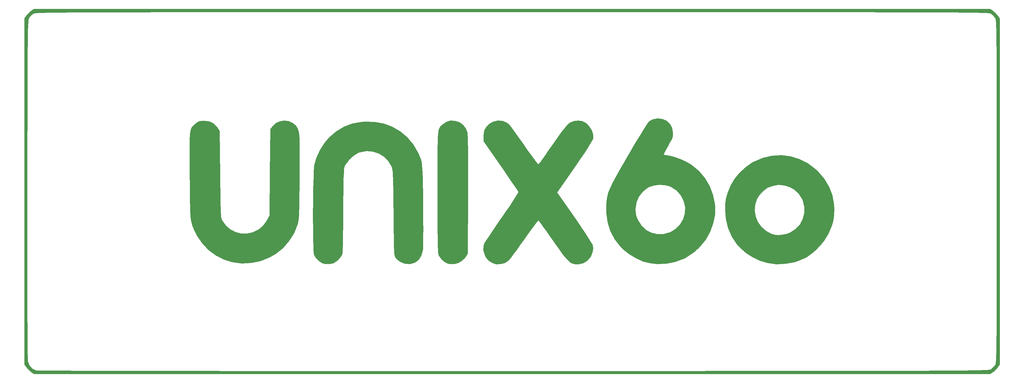
<source format=gts>
G04 #@! TF.GenerationSoftware,KiCad,Pcbnew,5.1.7*
G04 #@! TF.CreationDate,2020-11-06T08:58:08-05:00*
G04 #@! TF.ProjectId,unix60case,756e6978-3630-4636-9173-652e6b696361,rev?*
G04 #@! TF.SameCoordinates,Original*
G04 #@! TF.FileFunction,Soldermask,Top*
G04 #@! TF.FilePolarity,Negative*
%FSLAX46Y46*%
G04 Gerber Fmt 4.6, Leading zero omitted, Abs format (unit mm)*
G04 Created by KiCad (PCBNEW 5.1.7) date 2020-11-06 08:58:08*
%MOMM*%
%LPD*%
G01*
G04 APERTURE LIST*
%ADD10C,0.010000*%
G04 APERTURE END LIST*
D10*
G04 #@! TO.C,G\u002A\u002A\u002A*
G36*
X290797805Y-33939109D02*
G01*
X291568372Y-34589833D01*
X292245492Y-35366172D01*
X292292141Y-35433445D01*
X292893749Y-36326172D01*
X292893750Y-90487501D01*
X292893750Y-144648829D01*
X292292141Y-145541556D01*
X291641417Y-146312123D01*
X290865078Y-146989243D01*
X290797805Y-147035892D01*
X289905078Y-147637501D01*
X140493750Y-147637501D01*
X-8917579Y-147637500D01*
X-9810306Y-147035892D01*
X-10580873Y-146385168D01*
X-11257993Y-145608829D01*
X-11304642Y-145541556D01*
X-11906250Y-144648829D01*
X-11906250Y-110047985D01*
X-11062722Y-110047985D01*
X-11060547Y-115728023D01*
X-11054991Y-120891439D01*
X-11046059Y-125536992D01*
X-11033756Y-129663440D01*
X-11018085Y-133269543D01*
X-10999052Y-136354061D01*
X-10976662Y-138915751D01*
X-10950918Y-140953374D01*
X-10921825Y-142465688D01*
X-10889389Y-143451454D01*
X-10853613Y-143909428D01*
X-10849819Y-143926269D01*
X-10306000Y-145074860D01*
X-9421953Y-146005743D01*
X-8362034Y-146558194D01*
X-8043875Y-146574052D01*
X-7207919Y-146589367D01*
X-5865534Y-146604122D01*
X-4028088Y-146618304D01*
X-1706949Y-146631896D01*
X1086512Y-146644885D01*
X4340929Y-146657255D01*
X8044932Y-146668991D01*
X12187152Y-146680078D01*
X16756222Y-146690502D01*
X21740772Y-146700248D01*
X27129435Y-146709299D01*
X32910840Y-146717643D01*
X39073621Y-146725263D01*
X45606408Y-146732145D01*
X52497832Y-146738274D01*
X59736526Y-146743634D01*
X67311120Y-146748212D01*
X75210246Y-146751991D01*
X83422536Y-146754958D01*
X91936620Y-146757097D01*
X100741130Y-146758393D01*
X109824698Y-146758831D01*
X119175955Y-146758397D01*
X128783533Y-146757075D01*
X138636062Y-146754851D01*
X140890625Y-146754223D01*
X151486506Y-146751141D01*
X161566181Y-146748120D01*
X171142613Y-146745114D01*
X180228762Y-146742074D01*
X188837590Y-146738955D01*
X196982057Y-146735709D01*
X204675126Y-146732289D01*
X211929758Y-146728648D01*
X218758913Y-146724739D01*
X225175554Y-146720515D01*
X231192641Y-146715929D01*
X236823136Y-146710934D01*
X242080000Y-146705483D01*
X246976194Y-146699529D01*
X251524680Y-146693024D01*
X255738420Y-146685922D01*
X259630374Y-146678176D01*
X263213503Y-146669739D01*
X266500770Y-146660563D01*
X269505135Y-146650602D01*
X272239560Y-146639808D01*
X274717006Y-146628135D01*
X276950434Y-146615535D01*
X278952806Y-146601962D01*
X280737083Y-146587369D01*
X282316226Y-146571707D01*
X283703197Y-146554931D01*
X284910956Y-146536994D01*
X285952466Y-146517847D01*
X286840688Y-146497445D01*
X287588582Y-146475741D01*
X288209111Y-146452686D01*
X288715235Y-146428234D01*
X289119916Y-146402339D01*
X289436115Y-146374952D01*
X289676794Y-146346028D01*
X289854913Y-146315519D01*
X289983435Y-146283377D01*
X290075320Y-146249557D01*
X290143529Y-146214010D01*
X290145908Y-146212576D01*
X290876272Y-145616337D01*
X291468825Y-144889659D01*
X291527157Y-144781595D01*
X291580759Y-144643610D01*
X291629831Y-144453922D01*
X291674573Y-144190744D01*
X291715185Y-143832293D01*
X291751865Y-143356784D01*
X291784815Y-142742431D01*
X291814234Y-141967451D01*
X291840321Y-141010058D01*
X291863277Y-139848467D01*
X291883300Y-138460895D01*
X291900592Y-136825556D01*
X291915352Y-134920666D01*
X291927778Y-132724439D01*
X291938072Y-130215091D01*
X291946434Y-127370838D01*
X291953061Y-124169895D01*
X291958156Y-120590476D01*
X291961917Y-116610798D01*
X291964543Y-112209075D01*
X291966236Y-107363523D01*
X291967195Y-102052357D01*
X291967618Y-96253792D01*
X291967708Y-90487500D01*
X291967599Y-84222685D01*
X291967138Y-78465252D01*
X291966127Y-73193416D01*
X291964364Y-68385392D01*
X291961651Y-64019396D01*
X291957788Y-60073644D01*
X291952574Y-56526349D01*
X291945811Y-53355728D01*
X291937297Y-50539996D01*
X291926834Y-48057368D01*
X291914222Y-45886060D01*
X291899261Y-44004286D01*
X291881751Y-42390262D01*
X291861492Y-41022204D01*
X291838285Y-39878326D01*
X291811930Y-38936843D01*
X291782227Y-38175972D01*
X291748976Y-37573927D01*
X291711978Y-37108924D01*
X291671033Y-36759178D01*
X291625940Y-36502904D01*
X291576501Y-36318317D01*
X291522515Y-36183633D01*
X291468825Y-36085342D01*
X290872586Y-35354978D01*
X290145908Y-34762425D01*
X290078526Y-34726859D01*
X289988152Y-34693023D01*
X289861840Y-34660876D01*
X289686648Y-34630372D01*
X289449630Y-34601471D01*
X289137843Y-34574127D01*
X288738344Y-34548299D01*
X288238187Y-34523943D01*
X287624428Y-34501016D01*
X286884124Y-34479474D01*
X286004331Y-34459275D01*
X284972104Y-34440375D01*
X283774499Y-34422731D01*
X282398573Y-34406301D01*
X280831380Y-34391040D01*
X279059978Y-34376907D01*
X277071422Y-34363857D01*
X274852768Y-34351847D01*
X272391071Y-34340835D01*
X269673388Y-34330777D01*
X266686775Y-34321630D01*
X263418287Y-34313351D01*
X259854981Y-34305896D01*
X255983913Y-34299223D01*
X251792137Y-34293289D01*
X247266711Y-34288050D01*
X242394690Y-34283463D01*
X237163130Y-34279485D01*
X231559087Y-34276073D01*
X225569617Y-34273183D01*
X219181776Y-34270773D01*
X212382619Y-34268800D01*
X205159203Y-34267219D01*
X197498584Y-34265989D01*
X189387817Y-34265066D01*
X180813959Y-34264406D01*
X171764065Y-34263967D01*
X162225191Y-34263706D01*
X152184393Y-34263578D01*
X141628728Y-34263542D01*
X140493750Y-34263542D01*
X129883453Y-34263571D01*
X119789378Y-34263687D01*
X110198583Y-34263932D01*
X101098121Y-34264350D01*
X92475050Y-34264985D01*
X84316426Y-34265879D01*
X76609303Y-34267075D01*
X69340739Y-34268617D01*
X62497788Y-34270547D01*
X56067508Y-34272909D01*
X50036953Y-34275747D01*
X44393180Y-34279102D01*
X39123244Y-34283019D01*
X34214203Y-34287540D01*
X29653110Y-34292709D01*
X25427024Y-34298568D01*
X21522998Y-34305162D01*
X17928090Y-34312533D01*
X14629355Y-34320723D01*
X11613849Y-34329778D01*
X8868628Y-34339738D01*
X6380748Y-34350649D01*
X4137264Y-34362552D01*
X2125234Y-34375491D01*
X331712Y-34389509D01*
X-1256245Y-34404650D01*
X-2651582Y-34420956D01*
X-3867242Y-34438470D01*
X-4916170Y-34457237D01*
X-5811310Y-34477298D01*
X-6565605Y-34498697D01*
X-7192001Y-34521477D01*
X-7703440Y-34545682D01*
X-8112868Y-34571354D01*
X-8433228Y-34598537D01*
X-8677464Y-34627273D01*
X-8858520Y-34657607D01*
X-8989341Y-34689580D01*
X-9082870Y-34723237D01*
X-9152052Y-34758620D01*
X-9158409Y-34762425D01*
X-9888773Y-35358664D01*
X-10481326Y-36085342D01*
X-10539975Y-36194321D01*
X-10593895Y-36334047D01*
X-10643317Y-36526422D01*
X-10688471Y-36793346D01*
X-10729588Y-37156724D01*
X-10766900Y-37638458D01*
X-10800637Y-38260449D01*
X-10831030Y-39044600D01*
X-10858310Y-40012814D01*
X-10882708Y-41186992D01*
X-10904455Y-42589038D01*
X-10923782Y-44240853D01*
X-10940919Y-46164340D01*
X-10956098Y-48381402D01*
X-10969550Y-50913940D01*
X-10981505Y-53783857D01*
X-10992195Y-57013055D01*
X-11001850Y-60623437D01*
X-11010701Y-64636904D01*
X-11018979Y-69075361D01*
X-11026916Y-73960708D01*
X-11034741Y-79314847D01*
X-11042687Y-85159683D01*
X-11048918Y-89920542D01*
X-11056912Y-97143003D01*
X-11061512Y-103852564D01*
X-11062722Y-110047985D01*
X-11906250Y-110047985D01*
X-11906250Y-36326172D01*
X-11304642Y-35433445D01*
X-10653918Y-34662878D01*
X-9877579Y-33985758D01*
X-9810306Y-33939109D01*
X-8917579Y-33337501D01*
X289905078Y-33337501D01*
X290797805Y-33939109D01*
G37*
X290797805Y-33939109D02*
X291568372Y-34589833D01*
X292245492Y-35366172D01*
X292292141Y-35433445D01*
X292893749Y-36326172D01*
X292893750Y-90487501D01*
X292893750Y-144648829D01*
X292292141Y-145541556D01*
X291641417Y-146312123D01*
X290865078Y-146989243D01*
X290797805Y-147035892D01*
X289905078Y-147637501D01*
X140493750Y-147637501D01*
X-8917579Y-147637500D01*
X-9810306Y-147035892D01*
X-10580873Y-146385168D01*
X-11257993Y-145608829D01*
X-11304642Y-145541556D01*
X-11906250Y-144648829D01*
X-11906250Y-110047985D01*
X-11062722Y-110047985D01*
X-11060547Y-115728023D01*
X-11054991Y-120891439D01*
X-11046059Y-125536992D01*
X-11033756Y-129663440D01*
X-11018085Y-133269543D01*
X-10999052Y-136354061D01*
X-10976662Y-138915751D01*
X-10950918Y-140953374D01*
X-10921825Y-142465688D01*
X-10889389Y-143451454D01*
X-10853613Y-143909428D01*
X-10849819Y-143926269D01*
X-10306000Y-145074860D01*
X-9421953Y-146005743D01*
X-8362034Y-146558194D01*
X-8043875Y-146574052D01*
X-7207919Y-146589367D01*
X-5865534Y-146604122D01*
X-4028088Y-146618304D01*
X-1706949Y-146631896D01*
X1086512Y-146644885D01*
X4340929Y-146657255D01*
X8044932Y-146668991D01*
X12187152Y-146680078D01*
X16756222Y-146690502D01*
X21740772Y-146700248D01*
X27129435Y-146709299D01*
X32910840Y-146717643D01*
X39073621Y-146725263D01*
X45606408Y-146732145D01*
X52497832Y-146738274D01*
X59736526Y-146743634D01*
X67311120Y-146748212D01*
X75210246Y-146751991D01*
X83422536Y-146754958D01*
X91936620Y-146757097D01*
X100741130Y-146758393D01*
X109824698Y-146758831D01*
X119175955Y-146758397D01*
X128783533Y-146757075D01*
X138636062Y-146754851D01*
X140890625Y-146754223D01*
X151486506Y-146751141D01*
X161566181Y-146748120D01*
X171142613Y-146745114D01*
X180228762Y-146742074D01*
X188837590Y-146738955D01*
X196982057Y-146735709D01*
X204675126Y-146732289D01*
X211929758Y-146728648D01*
X218758913Y-146724739D01*
X225175554Y-146720515D01*
X231192641Y-146715929D01*
X236823136Y-146710934D01*
X242080000Y-146705483D01*
X246976194Y-146699529D01*
X251524680Y-146693024D01*
X255738420Y-146685922D01*
X259630374Y-146678176D01*
X263213503Y-146669739D01*
X266500770Y-146660563D01*
X269505135Y-146650602D01*
X272239560Y-146639808D01*
X274717006Y-146628135D01*
X276950434Y-146615535D01*
X278952806Y-146601962D01*
X280737083Y-146587369D01*
X282316226Y-146571707D01*
X283703197Y-146554931D01*
X284910956Y-146536994D01*
X285952466Y-146517847D01*
X286840688Y-146497445D01*
X287588582Y-146475741D01*
X288209111Y-146452686D01*
X288715235Y-146428234D01*
X289119916Y-146402339D01*
X289436115Y-146374952D01*
X289676794Y-146346028D01*
X289854913Y-146315519D01*
X289983435Y-146283377D01*
X290075320Y-146249557D01*
X290143529Y-146214010D01*
X290145908Y-146212576D01*
X290876272Y-145616337D01*
X291468825Y-144889659D01*
X291527157Y-144781595D01*
X291580759Y-144643610D01*
X291629831Y-144453922D01*
X291674573Y-144190744D01*
X291715185Y-143832293D01*
X291751865Y-143356784D01*
X291784815Y-142742431D01*
X291814234Y-141967451D01*
X291840321Y-141010058D01*
X291863277Y-139848467D01*
X291883300Y-138460895D01*
X291900592Y-136825556D01*
X291915352Y-134920666D01*
X291927778Y-132724439D01*
X291938072Y-130215091D01*
X291946434Y-127370838D01*
X291953061Y-124169895D01*
X291958156Y-120590476D01*
X291961917Y-116610798D01*
X291964543Y-112209075D01*
X291966236Y-107363523D01*
X291967195Y-102052357D01*
X291967618Y-96253792D01*
X291967708Y-90487500D01*
X291967599Y-84222685D01*
X291967138Y-78465252D01*
X291966127Y-73193416D01*
X291964364Y-68385392D01*
X291961651Y-64019396D01*
X291957788Y-60073644D01*
X291952574Y-56526349D01*
X291945811Y-53355728D01*
X291937297Y-50539996D01*
X291926834Y-48057368D01*
X291914222Y-45886060D01*
X291899261Y-44004286D01*
X291881751Y-42390262D01*
X291861492Y-41022204D01*
X291838285Y-39878326D01*
X291811930Y-38936843D01*
X291782227Y-38175972D01*
X291748976Y-37573927D01*
X291711978Y-37108924D01*
X291671033Y-36759178D01*
X291625940Y-36502904D01*
X291576501Y-36318317D01*
X291522515Y-36183633D01*
X291468825Y-36085342D01*
X290872586Y-35354978D01*
X290145908Y-34762425D01*
X290078526Y-34726859D01*
X289988152Y-34693023D01*
X289861840Y-34660876D01*
X289686648Y-34630372D01*
X289449630Y-34601471D01*
X289137843Y-34574127D01*
X288738344Y-34548299D01*
X288238187Y-34523943D01*
X287624428Y-34501016D01*
X286884124Y-34479474D01*
X286004331Y-34459275D01*
X284972104Y-34440375D01*
X283774499Y-34422731D01*
X282398573Y-34406301D01*
X280831380Y-34391040D01*
X279059978Y-34376907D01*
X277071422Y-34363857D01*
X274852768Y-34351847D01*
X272391071Y-34340835D01*
X269673388Y-34330777D01*
X266686775Y-34321630D01*
X263418287Y-34313351D01*
X259854981Y-34305896D01*
X255983913Y-34299223D01*
X251792137Y-34293289D01*
X247266711Y-34288050D01*
X242394690Y-34283463D01*
X237163130Y-34279485D01*
X231559087Y-34276073D01*
X225569617Y-34273183D01*
X219181776Y-34270773D01*
X212382619Y-34268800D01*
X205159203Y-34267219D01*
X197498584Y-34265989D01*
X189387817Y-34265066D01*
X180813959Y-34264406D01*
X171764065Y-34263967D01*
X162225191Y-34263706D01*
X152184393Y-34263578D01*
X141628728Y-34263542D01*
X140493750Y-34263542D01*
X129883453Y-34263571D01*
X119789378Y-34263687D01*
X110198583Y-34263932D01*
X101098121Y-34264350D01*
X92475050Y-34264985D01*
X84316426Y-34265879D01*
X76609303Y-34267075D01*
X69340739Y-34268617D01*
X62497788Y-34270547D01*
X56067508Y-34272909D01*
X50036953Y-34275747D01*
X44393180Y-34279102D01*
X39123244Y-34283019D01*
X34214203Y-34287540D01*
X29653110Y-34292709D01*
X25427024Y-34298568D01*
X21522998Y-34305162D01*
X17928090Y-34312533D01*
X14629355Y-34320723D01*
X11613849Y-34329778D01*
X8868628Y-34339738D01*
X6380748Y-34350649D01*
X4137264Y-34362552D01*
X2125234Y-34375491D01*
X331712Y-34389509D01*
X-1256245Y-34404650D01*
X-2651582Y-34420956D01*
X-3867242Y-34438470D01*
X-4916170Y-34457237D01*
X-5811310Y-34477298D01*
X-6565605Y-34498697D01*
X-7192001Y-34521477D01*
X-7703440Y-34545682D01*
X-8112868Y-34571354D01*
X-8433228Y-34598537D01*
X-8677464Y-34627273D01*
X-8858520Y-34657607D01*
X-8989341Y-34689580D01*
X-9082870Y-34723237D01*
X-9152052Y-34758620D01*
X-9158409Y-34762425D01*
X-9888773Y-35358664D01*
X-10481326Y-36085342D01*
X-10539975Y-36194321D01*
X-10593895Y-36334047D01*
X-10643317Y-36526422D01*
X-10688471Y-36793346D01*
X-10729588Y-37156724D01*
X-10766900Y-37638458D01*
X-10800637Y-38260449D01*
X-10831030Y-39044600D01*
X-10858310Y-40012814D01*
X-10882708Y-41186992D01*
X-10904455Y-42589038D01*
X-10923782Y-44240853D01*
X-10940919Y-46164340D01*
X-10956098Y-48381402D01*
X-10969550Y-50913940D01*
X-10981505Y-53783857D01*
X-10992195Y-57013055D01*
X-11001850Y-60623437D01*
X-11010701Y-64636904D01*
X-11018979Y-69075361D01*
X-11026916Y-73960708D01*
X-11034741Y-79314847D01*
X-11042687Y-85159683D01*
X-11048918Y-89920542D01*
X-11056912Y-97143003D01*
X-11061512Y-103852564D01*
X-11062722Y-110047985D01*
X-11906250Y-110047985D01*
X-11906250Y-36326172D01*
X-11304642Y-35433445D01*
X-10653918Y-34662878D01*
X-9877579Y-33985758D01*
X-9810306Y-33939109D01*
X-8917579Y-33337501D01*
X289905078Y-33337501D01*
X290797805Y-33939109D01*
G36*
X97486701Y-68676240D02*
G01*
X100364120Y-69234000D01*
X103061643Y-70247465D01*
X105529181Y-71688141D01*
X107716647Y-73527534D01*
X109573953Y-75737152D01*
X110878928Y-77931788D01*
X111243187Y-78672305D01*
X111549611Y-79338653D01*
X111803643Y-79983439D01*
X112010731Y-80659275D01*
X112176318Y-81418768D01*
X112305852Y-82314528D01*
X112404777Y-83399165D01*
X112478539Y-84725288D01*
X112532584Y-86345505D01*
X112572357Y-88312427D01*
X112603304Y-90678662D01*
X112630871Y-93496820D01*
X112644146Y-94985416D01*
X112663177Y-97566528D01*
X112674010Y-100027327D01*
X112676899Y-102308651D01*
X112672098Y-104351338D01*
X112659861Y-106096228D01*
X112640442Y-107484157D01*
X112614094Y-108455964D01*
X112584306Y-108928835D01*
X112166198Y-110524820D01*
X111373861Y-111782813D01*
X110246606Y-112662742D01*
X108823741Y-113124533D01*
X108423993Y-113170136D01*
X106941924Y-113053793D01*
X105555253Y-112526987D01*
X104423115Y-111658842D01*
X104129031Y-111304496D01*
X104006658Y-111121410D01*
X103903482Y-110905676D01*
X103817334Y-110611938D01*
X103746045Y-110194840D01*
X103687445Y-109609025D01*
X103639366Y-108809137D01*
X103599639Y-107749821D01*
X103566094Y-106385720D01*
X103536563Y-104671478D01*
X103508875Y-102561738D01*
X103480863Y-100011146D01*
X103452083Y-97149287D01*
X103421997Y-94142214D01*
X103394559Y-91617083D01*
X103367394Y-89526693D01*
X103338128Y-87823842D01*
X103304384Y-86461331D01*
X103263790Y-85391958D01*
X103213969Y-84568522D01*
X103152548Y-83943823D01*
X103077151Y-83470659D01*
X102985404Y-83101829D01*
X102874932Y-82790132D01*
X102743361Y-82488368D01*
X102710926Y-82417708D01*
X101735289Y-80791887D01*
X100433633Y-79515283D01*
X98821874Y-78549295D01*
X96916131Y-77921430D01*
X94911733Y-77794715D01*
X92892278Y-78173511D01*
X92717445Y-78230914D01*
X91639462Y-78777546D01*
X90492169Y-79647869D01*
X89419147Y-80703095D01*
X88563974Y-81804435D01*
X88112364Y-82682291D01*
X88021872Y-83036802D01*
X87944663Y-83576035D01*
X87879348Y-84342246D01*
X87824541Y-85377692D01*
X87778853Y-86724629D01*
X87740897Y-88425314D01*
X87709286Y-90522002D01*
X87682632Y-93056950D01*
X87659548Y-96072414D01*
X87656281Y-96572916D01*
X87637160Y-99146957D01*
X87614064Y-101572762D01*
X87587865Y-103796299D01*
X87559436Y-105763540D01*
X87529649Y-107420453D01*
X87499378Y-108713008D01*
X87469494Y-109587175D01*
X87440871Y-109988924D01*
X87439482Y-109995668D01*
X87094275Y-110722156D01*
X86444898Y-111548025D01*
X85645445Y-112308055D01*
X84850007Y-112837029D01*
X84745444Y-112884202D01*
X83450775Y-113192069D01*
X82067019Y-113147696D01*
X81094791Y-112866657D01*
X80092895Y-112211650D01*
X79193109Y-111268477D01*
X78599222Y-110250890D01*
X78598082Y-110247879D01*
X78518110Y-109765363D01*
X78450771Y-108817416D01*
X78395805Y-107467616D01*
X78352954Y-105779541D01*
X78321960Y-103816771D01*
X78302564Y-101642882D01*
X78294508Y-99321454D01*
X78297533Y-96916065D01*
X78311381Y-94490293D01*
X78335793Y-92107716D01*
X78370511Y-89831914D01*
X78415276Y-87726464D01*
X78469830Y-85854945D01*
X78533913Y-84280935D01*
X78607269Y-83068012D01*
X78689638Y-82279755D01*
X78712308Y-82153124D01*
X79400600Y-79851330D01*
X80468928Y-77530483D01*
X81819291Y-75373109D01*
X83292372Y-73622879D01*
X85540913Y-71674730D01*
X87937369Y-70220311D01*
X90537406Y-69234641D01*
X93396695Y-68692738D01*
X94479472Y-68602677D01*
X97486701Y-68676240D01*
G37*
X97486701Y-68676240D02*
X100364120Y-69234000D01*
X103061643Y-70247465D01*
X105529181Y-71688141D01*
X107716647Y-73527534D01*
X109573953Y-75737152D01*
X110878928Y-77931788D01*
X111243187Y-78672305D01*
X111549611Y-79338653D01*
X111803643Y-79983439D01*
X112010731Y-80659275D01*
X112176318Y-81418768D01*
X112305852Y-82314528D01*
X112404777Y-83399165D01*
X112478539Y-84725288D01*
X112532584Y-86345505D01*
X112572357Y-88312427D01*
X112603304Y-90678662D01*
X112630871Y-93496820D01*
X112644146Y-94985416D01*
X112663177Y-97566528D01*
X112674010Y-100027327D01*
X112676899Y-102308651D01*
X112672098Y-104351338D01*
X112659861Y-106096228D01*
X112640442Y-107484157D01*
X112614094Y-108455964D01*
X112584306Y-108928835D01*
X112166198Y-110524820D01*
X111373861Y-111782813D01*
X110246606Y-112662742D01*
X108823741Y-113124533D01*
X108423993Y-113170136D01*
X106941924Y-113053793D01*
X105555253Y-112526987D01*
X104423115Y-111658842D01*
X104129031Y-111304496D01*
X104006658Y-111121410D01*
X103903482Y-110905676D01*
X103817334Y-110611938D01*
X103746045Y-110194840D01*
X103687445Y-109609025D01*
X103639366Y-108809137D01*
X103599639Y-107749821D01*
X103566094Y-106385720D01*
X103536563Y-104671478D01*
X103508875Y-102561738D01*
X103480863Y-100011146D01*
X103452083Y-97149287D01*
X103421997Y-94142214D01*
X103394559Y-91617083D01*
X103367394Y-89526693D01*
X103338128Y-87823842D01*
X103304384Y-86461331D01*
X103263790Y-85391958D01*
X103213969Y-84568522D01*
X103152548Y-83943823D01*
X103077151Y-83470659D01*
X102985404Y-83101829D01*
X102874932Y-82790132D01*
X102743361Y-82488368D01*
X102710926Y-82417708D01*
X101735289Y-80791887D01*
X100433633Y-79515283D01*
X98821874Y-78549295D01*
X96916131Y-77921430D01*
X94911733Y-77794715D01*
X92892278Y-78173511D01*
X92717445Y-78230914D01*
X91639462Y-78777546D01*
X90492169Y-79647869D01*
X89419147Y-80703095D01*
X88563974Y-81804435D01*
X88112364Y-82682291D01*
X88021872Y-83036802D01*
X87944663Y-83576035D01*
X87879348Y-84342246D01*
X87824541Y-85377692D01*
X87778853Y-86724629D01*
X87740897Y-88425314D01*
X87709286Y-90522002D01*
X87682632Y-93056950D01*
X87659548Y-96072414D01*
X87656281Y-96572916D01*
X87637160Y-99146957D01*
X87614064Y-101572762D01*
X87587865Y-103796299D01*
X87559436Y-105763540D01*
X87529649Y-107420453D01*
X87499378Y-108713008D01*
X87469494Y-109587175D01*
X87440871Y-109988924D01*
X87439482Y-109995668D01*
X87094275Y-110722156D01*
X86444898Y-111548025D01*
X85645445Y-112308055D01*
X84850007Y-112837029D01*
X84745444Y-112884202D01*
X83450775Y-113192069D01*
X82067019Y-113147696D01*
X81094791Y-112866657D01*
X80092895Y-112211650D01*
X79193109Y-111268477D01*
X78599222Y-110250890D01*
X78598082Y-110247879D01*
X78518110Y-109765363D01*
X78450771Y-108817416D01*
X78395805Y-107467616D01*
X78352954Y-105779541D01*
X78321960Y-103816771D01*
X78302564Y-101642882D01*
X78294508Y-99321454D01*
X78297533Y-96916065D01*
X78311381Y-94490293D01*
X78335793Y-92107716D01*
X78370511Y-89831914D01*
X78415276Y-87726464D01*
X78469830Y-85854945D01*
X78533913Y-84280935D01*
X78607269Y-83068012D01*
X78689638Y-82279755D01*
X78712308Y-82153124D01*
X79400600Y-79851330D01*
X80468928Y-77530483D01*
X81819291Y-75373109D01*
X83292372Y-73622879D01*
X85540913Y-71674730D01*
X87937369Y-70220311D01*
X90537406Y-69234641D01*
X93396695Y-68692738D01*
X94479472Y-68602677D01*
X97486701Y-68676240D01*
G36*
X122661380Y-68334809D02*
G01*
X123958416Y-68768912D01*
X125091272Y-69569872D01*
X125967653Y-70707440D01*
X126480993Y-72083397D01*
X126545529Y-72622930D01*
X126599076Y-73602680D01*
X126641757Y-75034435D01*
X126673697Y-76929986D01*
X126695020Y-79301122D01*
X126705849Y-82159630D01*
X126706309Y-85517301D01*
X126696524Y-89385924D01*
X126687085Y-91678125D01*
X126603125Y-109934375D01*
X125984786Y-110928903D01*
X125014206Y-112032660D01*
X123751871Y-112803778D01*
X122331499Y-113196279D01*
X120886808Y-113164186D01*
X120120833Y-112945140D01*
X119248196Y-112419233D01*
X118363070Y-111605674D01*
X117670919Y-110699007D01*
X117583670Y-110542826D01*
X117510726Y-110331132D01*
X117447576Y-109971690D01*
X117393565Y-109429704D01*
X117348037Y-108670376D01*
X117310334Y-107658908D01*
X117279801Y-106360502D01*
X117255782Y-104740361D01*
X117237620Y-102763688D01*
X117224659Y-100395684D01*
X117216242Y-97601553D01*
X117211714Y-94346496D01*
X117210416Y-90752083D01*
X117209990Y-87048209D01*
X117210478Y-83835940D01*
X117214532Y-81077718D01*
X117224803Y-78735983D01*
X117243944Y-76773177D01*
X117274605Y-75151741D01*
X117319438Y-73834116D01*
X117381094Y-72782744D01*
X117462224Y-71960065D01*
X117565481Y-71328521D01*
X117693515Y-70850554D01*
X117848979Y-70488604D01*
X118034523Y-70205112D01*
X118252799Y-69962521D01*
X118506458Y-69723270D01*
X118708149Y-69536103D01*
X119943951Y-68688157D01*
X121292459Y-68297808D01*
X122661380Y-68334809D01*
G37*
X122661380Y-68334809D02*
X123958416Y-68768912D01*
X125091272Y-69569872D01*
X125967653Y-70707440D01*
X126480993Y-72083397D01*
X126545529Y-72622930D01*
X126599076Y-73602680D01*
X126641757Y-75034435D01*
X126673697Y-76929986D01*
X126695020Y-79301122D01*
X126705849Y-82159630D01*
X126706309Y-85517301D01*
X126696524Y-89385924D01*
X126687085Y-91678125D01*
X126603125Y-109934375D01*
X125984786Y-110928903D01*
X125014206Y-112032660D01*
X123751871Y-112803778D01*
X122331499Y-113196279D01*
X120886808Y-113164186D01*
X120120833Y-112945140D01*
X119248196Y-112419233D01*
X118363070Y-111605674D01*
X117670919Y-110699007D01*
X117583670Y-110542826D01*
X117510726Y-110331132D01*
X117447576Y-109971690D01*
X117393565Y-109429704D01*
X117348037Y-108670376D01*
X117310334Y-107658908D01*
X117279801Y-106360502D01*
X117255782Y-104740361D01*
X117237620Y-102763688D01*
X117224659Y-100395684D01*
X117216242Y-97601553D01*
X117211714Y-94346496D01*
X117210416Y-90752083D01*
X117209990Y-87048209D01*
X117210478Y-83835940D01*
X117214532Y-81077718D01*
X117224803Y-78735983D01*
X117243944Y-76773177D01*
X117274605Y-75151741D01*
X117319438Y-73834116D01*
X117381094Y-72782744D01*
X117462224Y-71960065D01*
X117565481Y-71328521D01*
X117693515Y-70850554D01*
X117848979Y-70488604D01*
X118034523Y-70205112D01*
X118252799Y-69962521D01*
X118506458Y-69723270D01*
X118708149Y-69536103D01*
X119943951Y-68688157D01*
X121292459Y-68297808D01*
X122661380Y-68334809D01*
G36*
X137401934Y-68377067D02*
G01*
X138704743Y-68886717D01*
X139395044Y-69404603D01*
X139707732Y-69769020D01*
X140276333Y-70505446D01*
X141054831Y-71551314D01*
X141997209Y-72844058D01*
X143057451Y-74321110D01*
X144189540Y-75919904D01*
X144246955Y-76001562D01*
X145355119Y-77567979D01*
X146369636Y-78982590D01*
X147249767Y-80190144D01*
X147954774Y-81135387D01*
X148443919Y-81763064D01*
X148676463Y-82017923D01*
X148684970Y-82020833D01*
X148882926Y-81811622D01*
X149340032Y-81220511D01*
X150016563Y-80302282D01*
X150872793Y-79111717D01*
X151868997Y-77703596D01*
X152965449Y-76132703D01*
X153193162Y-75803974D01*
X154726361Y-73613917D01*
X155993472Y-71861666D01*
X157004820Y-70533794D01*
X157770730Y-69616874D01*
X158301528Y-69097478D01*
X158408278Y-69022163D01*
X159691684Y-68491298D01*
X161134610Y-68305998D01*
X162492761Y-68496505D01*
X162537630Y-68510968D01*
X163665877Y-69131831D01*
X164640187Y-70123606D01*
X165375202Y-71345174D01*
X165785559Y-72655416D01*
X165790585Y-73888830D01*
X165583146Y-74380591D01*
X165076617Y-75275499D01*
X164285674Y-76550591D01*
X163224991Y-78182904D01*
X161909241Y-80149474D01*
X160353099Y-82427339D01*
X160095791Y-82800327D01*
X154572629Y-90796949D01*
X159929856Y-98513578D01*
X161191225Y-100345342D01*
X162365597Y-102079190D01*
X163415643Y-103657836D01*
X164304030Y-105023992D01*
X164993429Y-106120373D01*
X165446510Y-106889692D01*
X165617113Y-107241114D01*
X165807277Y-108130842D01*
X165736977Y-109042597D01*
X165641218Y-109466958D01*
X165023503Y-110974100D01*
X164049084Y-112137269D01*
X162780385Y-112905784D01*
X161279832Y-113228963D01*
X160998958Y-113235958D01*
X160279279Y-113210216D01*
X159645373Y-113107471D01*
X159051819Y-112884165D01*
X158453198Y-112496735D01*
X157804090Y-111901620D01*
X157059076Y-111055260D01*
X156172737Y-109914095D01*
X155099652Y-108434563D01*
X153794402Y-106573103D01*
X153282836Y-105835610D01*
X152167997Y-104234851D01*
X151143840Y-102781398D01*
X150250553Y-101530931D01*
X149528327Y-100539127D01*
X149017352Y-99861665D01*
X148757816Y-99554223D01*
X148740140Y-99542199D01*
X148531852Y-99729167D01*
X148063205Y-100296823D01*
X147375120Y-101190832D01*
X146508517Y-102356854D01*
X145504315Y-103740553D01*
X144403437Y-105287590D01*
X144259384Y-105492141D01*
X143123231Y-107096541D01*
X142056661Y-108582347D01*
X141105659Y-109887080D01*
X140316212Y-110948266D01*
X139734304Y-111703427D01*
X139405922Y-112090088D01*
X139395979Y-112099562D01*
X138268335Y-112821570D01*
X136914597Y-113198896D01*
X135517487Y-113205655D01*
X134276631Y-112824841D01*
X133183453Y-112121947D01*
X132427114Y-111263596D01*
X131995526Y-110463541D01*
X131554045Y-108960113D01*
X131636435Y-107495563D01*
X131875994Y-106763552D01*
X132114663Y-106334946D01*
X132619633Y-105531344D01*
X133352498Y-104410379D01*
X134274848Y-103029687D01*
X135348274Y-101446900D01*
X136534369Y-99719652D01*
X137447394Y-98403385D01*
X138665857Y-96640304D01*
X139775659Y-95007600D01*
X140742827Y-93557355D01*
X141533384Y-92341655D01*
X142113356Y-91412583D01*
X142448769Y-90822225D01*
X142518406Y-90629355D01*
X142344140Y-90344606D01*
X141902898Y-89676527D01*
X141229546Y-88676425D01*
X140358947Y-87395608D01*
X139325966Y-85885383D01*
X138165467Y-84197057D01*
X137013152Y-82527707D01*
X131630208Y-74744791D01*
X131630208Y-73137969D01*
X131683930Y-72074270D01*
X131891988Y-71275061D01*
X132324718Y-70482373D01*
X132375311Y-70405219D01*
X133375091Y-69320837D01*
X134622516Y-68610462D01*
X136002994Y-68290427D01*
X137401934Y-68377067D01*
G37*
X137401934Y-68377067D02*
X138704743Y-68886717D01*
X139395044Y-69404603D01*
X139707732Y-69769020D01*
X140276333Y-70505446D01*
X141054831Y-71551314D01*
X141997209Y-72844058D01*
X143057451Y-74321110D01*
X144189540Y-75919904D01*
X144246955Y-76001562D01*
X145355119Y-77567979D01*
X146369636Y-78982590D01*
X147249767Y-80190144D01*
X147954774Y-81135387D01*
X148443919Y-81763064D01*
X148676463Y-82017923D01*
X148684970Y-82020833D01*
X148882926Y-81811622D01*
X149340032Y-81220511D01*
X150016563Y-80302282D01*
X150872793Y-79111717D01*
X151868997Y-77703596D01*
X152965449Y-76132703D01*
X153193162Y-75803974D01*
X154726361Y-73613917D01*
X155993472Y-71861666D01*
X157004820Y-70533794D01*
X157770730Y-69616874D01*
X158301528Y-69097478D01*
X158408278Y-69022163D01*
X159691684Y-68491298D01*
X161134610Y-68305998D01*
X162492761Y-68496505D01*
X162537630Y-68510968D01*
X163665877Y-69131831D01*
X164640187Y-70123606D01*
X165375202Y-71345174D01*
X165785559Y-72655416D01*
X165790585Y-73888830D01*
X165583146Y-74380591D01*
X165076617Y-75275499D01*
X164285674Y-76550591D01*
X163224991Y-78182904D01*
X161909241Y-80149474D01*
X160353099Y-82427339D01*
X160095791Y-82800327D01*
X154572629Y-90796949D01*
X159929856Y-98513578D01*
X161191225Y-100345342D01*
X162365597Y-102079190D01*
X163415643Y-103657836D01*
X164304030Y-105023992D01*
X164993429Y-106120373D01*
X165446510Y-106889692D01*
X165617113Y-107241114D01*
X165807277Y-108130842D01*
X165736977Y-109042597D01*
X165641218Y-109466958D01*
X165023503Y-110974100D01*
X164049084Y-112137269D01*
X162780385Y-112905784D01*
X161279832Y-113228963D01*
X160998958Y-113235958D01*
X160279279Y-113210216D01*
X159645373Y-113107471D01*
X159051819Y-112884165D01*
X158453198Y-112496735D01*
X157804090Y-111901620D01*
X157059076Y-111055260D01*
X156172737Y-109914095D01*
X155099652Y-108434563D01*
X153794402Y-106573103D01*
X153282836Y-105835610D01*
X152167997Y-104234851D01*
X151143840Y-102781398D01*
X150250553Y-101530931D01*
X149528327Y-100539127D01*
X149017352Y-99861665D01*
X148757816Y-99554223D01*
X148740140Y-99542199D01*
X148531852Y-99729167D01*
X148063205Y-100296823D01*
X147375120Y-101190832D01*
X146508517Y-102356854D01*
X145504315Y-103740553D01*
X144403437Y-105287590D01*
X144259384Y-105492141D01*
X143123231Y-107096541D01*
X142056661Y-108582347D01*
X141105659Y-109887080D01*
X140316212Y-110948266D01*
X139734304Y-111703427D01*
X139405922Y-112090088D01*
X139395979Y-112099562D01*
X138268335Y-112821570D01*
X136914597Y-113198896D01*
X135517487Y-113205655D01*
X134276631Y-112824841D01*
X133183453Y-112121947D01*
X132427114Y-111263596D01*
X131995526Y-110463541D01*
X131554045Y-108960113D01*
X131636435Y-107495563D01*
X131875994Y-106763552D01*
X132114663Y-106334946D01*
X132619633Y-105531344D01*
X133352498Y-104410379D01*
X134274848Y-103029687D01*
X135348274Y-101446900D01*
X136534369Y-99719652D01*
X137447394Y-98403385D01*
X138665857Y-96640304D01*
X139775659Y-95007600D01*
X140742827Y-93557355D01*
X141533384Y-92341655D01*
X142113356Y-91412583D01*
X142448769Y-90822225D01*
X142518406Y-90629355D01*
X142344140Y-90344606D01*
X141902898Y-89676527D01*
X141229546Y-88676425D01*
X140358947Y-87395608D01*
X139325966Y-85885383D01*
X138165467Y-84197057D01*
X137013152Y-82527707D01*
X131630208Y-74744791D01*
X131630208Y-73137969D01*
X131683930Y-72074270D01*
X131891988Y-71275061D01*
X132324718Y-70482373D01*
X132375311Y-70405219D01*
X133375091Y-69320837D01*
X134622516Y-68610462D01*
X136002994Y-68290427D01*
X137401934Y-68377067D01*
G36*
X187423180Y-67795142D02*
G01*
X188679679Y-68323947D01*
X188875674Y-68459722D01*
X189876972Y-69409796D01*
X190457017Y-70513163D01*
X190696567Y-71896965D01*
X190723466Y-72590620D01*
X190673057Y-73168853D01*
X190502715Y-73760873D01*
X190169816Y-74495886D01*
X189631736Y-75503100D01*
X189324645Y-76055683D01*
X188739727Y-77120811D01*
X188265113Y-78018327D01*
X187952997Y-78647273D01*
X187854166Y-78899954D01*
X188082770Y-79053761D01*
X188581770Y-79113556D01*
X189801274Y-79266472D01*
X191310769Y-79680946D01*
X192974785Y-80303896D01*
X194657849Y-81082243D01*
X196224489Y-81962903D01*
X196778445Y-82325222D01*
X198943313Y-84125152D01*
X200770990Y-86293107D01*
X202222642Y-88760075D01*
X203259435Y-91457045D01*
X203842535Y-94315004D01*
X203909105Y-94997038D01*
X203864047Y-97736302D01*
X203334625Y-100452694D01*
X202363224Y-103072824D01*
X200992229Y-105523298D01*
X199264027Y-107730727D01*
X197221002Y-109621718D01*
X194905540Y-111122879D01*
X194468750Y-111343292D01*
X191556803Y-112475767D01*
X188592191Y-113081777D01*
X185573442Y-113161537D01*
X183658297Y-112944201D01*
X181502707Y-112375589D01*
X179280302Y-111416040D01*
X177149741Y-110153345D01*
X175269684Y-108675292D01*
X174434279Y-107840360D01*
X172586249Y-105465830D01*
X171234940Y-102938506D01*
X170361006Y-100211373D01*
X169945099Y-97237413D01*
X169926094Y-96884759D01*
X169920281Y-96065766D01*
X179029475Y-96065766D01*
X179066817Y-97160378D01*
X179243602Y-98065862D01*
X179621938Y-99040300D01*
X179871145Y-99563259D01*
X180972122Y-101248620D01*
X182384423Y-102547572D01*
X184033669Y-103433952D01*
X185845479Y-103881596D01*
X187745473Y-103864340D01*
X189659271Y-103356021D01*
X190103125Y-103162408D01*
X191728029Y-102129205D01*
X193045906Y-100749938D01*
X194002716Y-99118830D01*
X194544422Y-97330104D01*
X194616985Y-95477981D01*
X194599914Y-95321693D01*
X194109805Y-93310422D01*
X193182373Y-91552043D01*
X191860700Y-90102732D01*
X190187870Y-89018668D01*
X189558323Y-88747674D01*
X188197162Y-88431922D01*
X186608908Y-88374717D01*
X184999745Y-88560478D01*
X183575861Y-88973622D01*
X183030906Y-89240966D01*
X181372834Y-90496217D01*
X180135416Y-92051380D01*
X179346361Y-93859191D01*
X179033380Y-95872389D01*
X179029475Y-96065766D01*
X169920281Y-96065766D01*
X169910226Y-94649480D01*
X170110126Y-92728106D01*
X170560134Y-90937452D01*
X171294592Y-89094328D01*
X171447769Y-88767708D01*
X171926667Y-87817667D01*
X172599572Y-86557901D01*
X173432226Y-85046710D01*
X174390368Y-83342396D01*
X175439740Y-81503259D01*
X176546081Y-79587601D01*
X177675132Y-77653723D01*
X178792634Y-75759926D01*
X179864325Y-73964510D01*
X180855948Y-72325778D01*
X181733242Y-70902029D01*
X182461948Y-69751566D01*
X183007806Y-68932689D01*
X183336556Y-68503699D01*
X183377301Y-68466720D01*
X184595784Y-67866753D01*
X186003146Y-67642819D01*
X187423180Y-67795142D01*
G37*
X187423180Y-67795142D02*
X188679679Y-68323947D01*
X188875674Y-68459722D01*
X189876972Y-69409796D01*
X190457017Y-70513163D01*
X190696567Y-71896965D01*
X190723466Y-72590620D01*
X190673057Y-73168853D01*
X190502715Y-73760873D01*
X190169816Y-74495886D01*
X189631736Y-75503100D01*
X189324645Y-76055683D01*
X188739727Y-77120811D01*
X188265113Y-78018327D01*
X187952997Y-78647273D01*
X187854166Y-78899954D01*
X188082770Y-79053761D01*
X188581770Y-79113556D01*
X189801274Y-79266472D01*
X191310769Y-79680946D01*
X192974785Y-80303896D01*
X194657849Y-81082243D01*
X196224489Y-81962903D01*
X196778445Y-82325222D01*
X198943313Y-84125152D01*
X200770990Y-86293107D01*
X202222642Y-88760075D01*
X203259435Y-91457045D01*
X203842535Y-94315004D01*
X203909105Y-94997038D01*
X203864047Y-97736302D01*
X203334625Y-100452694D01*
X202363224Y-103072824D01*
X200992229Y-105523298D01*
X199264027Y-107730727D01*
X197221002Y-109621718D01*
X194905540Y-111122879D01*
X194468750Y-111343292D01*
X191556803Y-112475767D01*
X188592191Y-113081777D01*
X185573442Y-113161537D01*
X183658297Y-112944201D01*
X181502707Y-112375589D01*
X179280302Y-111416040D01*
X177149741Y-110153345D01*
X175269684Y-108675292D01*
X174434279Y-107840360D01*
X172586249Y-105465830D01*
X171234940Y-102938506D01*
X170361006Y-100211373D01*
X169945099Y-97237413D01*
X169926094Y-96884759D01*
X169920281Y-96065766D01*
X179029475Y-96065766D01*
X179066817Y-97160378D01*
X179243602Y-98065862D01*
X179621938Y-99040300D01*
X179871145Y-99563259D01*
X180972122Y-101248620D01*
X182384423Y-102547572D01*
X184033669Y-103433952D01*
X185845479Y-103881596D01*
X187745473Y-103864340D01*
X189659271Y-103356021D01*
X190103125Y-103162408D01*
X191728029Y-102129205D01*
X193045906Y-100749938D01*
X194002716Y-99118830D01*
X194544422Y-97330104D01*
X194616985Y-95477981D01*
X194599914Y-95321693D01*
X194109805Y-93310422D01*
X193182373Y-91552043D01*
X191860700Y-90102732D01*
X190187870Y-89018668D01*
X189558323Y-88747674D01*
X188197162Y-88431922D01*
X186608908Y-88374717D01*
X184999745Y-88560478D01*
X183575861Y-88973622D01*
X183030906Y-89240966D01*
X181372834Y-90496217D01*
X180135416Y-92051380D01*
X179346361Y-93859191D01*
X179033380Y-95872389D01*
X179029475Y-96065766D01*
X169920281Y-96065766D01*
X169910226Y-94649480D01*
X170110126Y-92728106D01*
X170560134Y-90937452D01*
X171294592Y-89094328D01*
X171447769Y-88767708D01*
X171926667Y-87817667D01*
X172599572Y-86557901D01*
X173432226Y-85046710D01*
X174390368Y-83342396D01*
X175439740Y-81503259D01*
X176546081Y-79587601D01*
X177675132Y-77653723D01*
X178792634Y-75759926D01*
X179864325Y-73964510D01*
X180855948Y-72325778D01*
X181733242Y-70902029D01*
X182461948Y-69751566D01*
X183007806Y-68932689D01*
X183336556Y-68503699D01*
X183377301Y-68466720D01*
X184595784Y-67866753D01*
X186003146Y-67642819D01*
X187423180Y-67795142D01*
G36*
X227447000Y-79456107D02*
G01*
X230175119Y-80272974D01*
X232762366Y-81570665D01*
X235160775Y-83341969D01*
X236012433Y-84137499D01*
X238016996Y-86470955D01*
X239530344Y-88991838D01*
X240547743Y-91689146D01*
X241064462Y-94551876D01*
X241133595Y-96043749D01*
X241066393Y-98058000D01*
X240815766Y-99796504D01*
X240332898Y-101471451D01*
X239568970Y-103295030D01*
X239368296Y-103716666D01*
X238135480Y-105785988D01*
X236524506Y-107765311D01*
X234659275Y-109529362D01*
X232663686Y-110952867D01*
X231687795Y-111482319D01*
X228931773Y-112531201D01*
X226018458Y-113113676D01*
X223054945Y-113216914D01*
X220255537Y-112851809D01*
X217974148Y-112146142D01*
X215699933Y-111061825D01*
X213577151Y-109686992D01*
X211750060Y-108109779D01*
X210864862Y-107114518D01*
X209171184Y-104570433D01*
X207978152Y-101855210D01*
X207284203Y-98964379D01*
X207099437Y-96497714D01*
X216286528Y-96497714D01*
X216591702Y-98324099D01*
X217303652Y-100037215D01*
X218385895Y-101560533D01*
X219801948Y-102817520D01*
X221515330Y-103731645D01*
X222382291Y-104013042D01*
X223595295Y-104153360D01*
X225031203Y-104053724D01*
X226458002Y-103744487D01*
X227476516Y-103346603D01*
X229144617Y-102220474D01*
X230446659Y-100780409D01*
X231354667Y-99106661D01*
X231840664Y-97279485D01*
X231876675Y-95379135D01*
X231434723Y-93485864D01*
X231148758Y-92812153D01*
X230092811Y-91157520D01*
X228749625Y-89888362D01*
X227194490Y-89004684D01*
X225502700Y-88506492D01*
X223749546Y-88393789D01*
X222010321Y-88666581D01*
X220360316Y-89324873D01*
X218874824Y-90368668D01*
X217629136Y-91797972D01*
X217042434Y-92811268D01*
X216424611Y-94634593D01*
X216286528Y-96497714D01*
X207099437Y-96497714D01*
X207085251Y-96308333D01*
X207150404Y-94295131D01*
X207397119Y-92555792D01*
X207873578Y-90877210D01*
X208627962Y-89046280D01*
X208820059Y-88635416D01*
X210019148Y-86607794D01*
X211612497Y-84650937D01*
X213469126Y-82899957D01*
X215458054Y-81489969D01*
X216085080Y-81141124D01*
X218897048Y-79962572D01*
X221760000Y-79293694D01*
X224625972Y-79127276D01*
X227447000Y-79456107D01*
G37*
X227447000Y-79456107D02*
X230175119Y-80272974D01*
X232762366Y-81570665D01*
X235160775Y-83341969D01*
X236012433Y-84137499D01*
X238016996Y-86470955D01*
X239530344Y-88991838D01*
X240547743Y-91689146D01*
X241064462Y-94551876D01*
X241133595Y-96043749D01*
X241066393Y-98058000D01*
X240815766Y-99796504D01*
X240332898Y-101471451D01*
X239568970Y-103295030D01*
X239368296Y-103716666D01*
X238135480Y-105785988D01*
X236524506Y-107765311D01*
X234659275Y-109529362D01*
X232663686Y-110952867D01*
X231687795Y-111482319D01*
X228931773Y-112531201D01*
X226018458Y-113113676D01*
X223054945Y-113216914D01*
X220255537Y-112851809D01*
X217974148Y-112146142D01*
X215699933Y-111061825D01*
X213577151Y-109686992D01*
X211750060Y-108109779D01*
X210864862Y-107114518D01*
X209171184Y-104570433D01*
X207978152Y-101855210D01*
X207284203Y-98964379D01*
X207099437Y-96497714D01*
X216286528Y-96497714D01*
X216591702Y-98324099D01*
X217303652Y-100037215D01*
X218385895Y-101560533D01*
X219801948Y-102817520D01*
X221515330Y-103731645D01*
X222382291Y-104013042D01*
X223595295Y-104153360D01*
X225031203Y-104053724D01*
X226458002Y-103744487D01*
X227476516Y-103346603D01*
X229144617Y-102220474D01*
X230446659Y-100780409D01*
X231354667Y-99106661D01*
X231840664Y-97279485D01*
X231876675Y-95379135D01*
X231434723Y-93485864D01*
X231148758Y-92812153D01*
X230092811Y-91157520D01*
X228749625Y-89888362D01*
X227194490Y-89004684D01*
X225502700Y-88506492D01*
X223749546Y-88393789D01*
X222010321Y-88666581D01*
X220360316Y-89324873D01*
X218874824Y-90368668D01*
X217629136Y-91797972D01*
X217042434Y-92811268D01*
X216424611Y-94634593D01*
X216286528Y-96497714D01*
X207099437Y-96497714D01*
X207085251Y-96308333D01*
X207150404Y-94295131D01*
X207397119Y-92555792D01*
X207873578Y-90877210D01*
X208627962Y-89046280D01*
X208820059Y-88635416D01*
X210019148Y-86607794D01*
X211612497Y-84650937D01*
X213469126Y-82899957D01*
X215458054Y-81489969D01*
X216085080Y-81141124D01*
X218897048Y-79962572D01*
X221760000Y-79293694D01*
X224625972Y-79127276D01*
X227447000Y-79456107D01*
G36*
X70636696Y-68458549D02*
G01*
X71914037Y-69019269D01*
X72831957Y-69826053D01*
X73111027Y-70174928D01*
X73346447Y-70534019D01*
X73541539Y-70948756D01*
X73699623Y-71464568D01*
X73824021Y-72126886D01*
X73918056Y-72981139D01*
X73985048Y-74072755D01*
X74028318Y-75447166D01*
X74051189Y-77149799D01*
X74056981Y-79226086D01*
X74049017Y-81721455D01*
X74030617Y-84681335D01*
X74020513Y-86082529D01*
X73996674Y-89117962D01*
X73972374Y-91671971D01*
X73945760Y-93792297D01*
X73914975Y-95526679D01*
X73878167Y-96922859D01*
X73833478Y-98028578D01*
X73779055Y-98891575D01*
X73713042Y-99559592D01*
X73633585Y-100080368D01*
X73538829Y-100501646D01*
X73448439Y-100806249D01*
X72295600Y-103559756D01*
X70737567Y-106053831D01*
X68824573Y-108228810D01*
X66606848Y-110025027D01*
X64805887Y-111071942D01*
X61951914Y-112196730D01*
X58982144Y-112828124D01*
X55967260Y-112957147D01*
X52977943Y-112574821D01*
X52976155Y-112574433D01*
X50349927Y-111741046D01*
X47871114Y-110441874D01*
X45611177Y-108734818D01*
X43641578Y-106677780D01*
X42033775Y-104328661D01*
X41478680Y-103258497D01*
X41129665Y-102515881D01*
X40834634Y-101854408D01*
X40588734Y-101223338D01*
X40387109Y-100571931D01*
X40224907Y-99849447D01*
X40097271Y-99005146D01*
X39999349Y-97988286D01*
X39926286Y-96748129D01*
X39873227Y-95233933D01*
X39835320Y-93394958D01*
X39807708Y-91180464D01*
X39785539Y-88539711D01*
X39763958Y-85421958D01*
X39763320Y-85328125D01*
X39741545Y-82191131D01*
X39725850Y-79538043D01*
X39721476Y-77323601D01*
X39733665Y-75502543D01*
X39767659Y-74029611D01*
X39828699Y-72859542D01*
X39922028Y-71947077D01*
X40052886Y-71246956D01*
X40226515Y-70713919D01*
X40448157Y-70302704D01*
X40723054Y-69968051D01*
X41056448Y-69664701D01*
X41453579Y-69347393D01*
X41630288Y-69207354D01*
X42285858Y-68740721D01*
X42899381Y-68495616D01*
X43693452Y-68404174D01*
X44295507Y-68394791D01*
X45831691Y-68575102D01*
X47077780Y-69153362D01*
X48139074Y-70185568D01*
X48442609Y-70600045D01*
X49080208Y-71530101D01*
X49212500Y-85043696D01*
X49242552Y-88064388D01*
X49270050Y-90602208D01*
X49297266Y-92703430D01*
X49326468Y-94414327D01*
X49359926Y-95781172D01*
X49399912Y-96850239D01*
X49448695Y-97667800D01*
X49508544Y-98280129D01*
X49581731Y-98733500D01*
X49670526Y-99074184D01*
X49777197Y-99348456D01*
X49904016Y-99602589D01*
X49929042Y-99649548D01*
X51043251Y-101210134D01*
X52470051Y-102407973D01*
X54122767Y-103227597D01*
X55914725Y-103653539D01*
X57759248Y-103670332D01*
X59569663Y-103262509D01*
X61259294Y-102414603D01*
X62042638Y-101811203D01*
X62870575Y-100950447D01*
X63643118Y-99933347D01*
X63975544Y-99383677D01*
X64690625Y-98028124D01*
X64822916Y-84534375D01*
X64955208Y-71040624D01*
X65590491Y-70149897D01*
X66603244Y-69147629D01*
X67861637Y-68528080D01*
X69246009Y-68296603D01*
X70636696Y-68458549D01*
G37*
X70636696Y-68458549D02*
X71914037Y-69019269D01*
X72831957Y-69826053D01*
X73111027Y-70174928D01*
X73346447Y-70534019D01*
X73541539Y-70948756D01*
X73699623Y-71464568D01*
X73824021Y-72126886D01*
X73918056Y-72981139D01*
X73985048Y-74072755D01*
X74028318Y-75447166D01*
X74051189Y-77149799D01*
X74056981Y-79226086D01*
X74049017Y-81721455D01*
X74030617Y-84681335D01*
X74020513Y-86082529D01*
X73996674Y-89117962D01*
X73972374Y-91671971D01*
X73945760Y-93792297D01*
X73914975Y-95526679D01*
X73878167Y-96922859D01*
X73833478Y-98028578D01*
X73779055Y-98891575D01*
X73713042Y-99559592D01*
X73633585Y-100080368D01*
X73538829Y-100501646D01*
X73448439Y-100806249D01*
X72295600Y-103559756D01*
X70737567Y-106053831D01*
X68824573Y-108228810D01*
X66606848Y-110025027D01*
X64805887Y-111071942D01*
X61951914Y-112196730D01*
X58982144Y-112828124D01*
X55967260Y-112957147D01*
X52977943Y-112574821D01*
X52976155Y-112574433D01*
X50349927Y-111741046D01*
X47871114Y-110441874D01*
X45611177Y-108734818D01*
X43641578Y-106677780D01*
X42033775Y-104328661D01*
X41478680Y-103258497D01*
X41129665Y-102515881D01*
X40834634Y-101854408D01*
X40588734Y-101223338D01*
X40387109Y-100571931D01*
X40224907Y-99849447D01*
X40097271Y-99005146D01*
X39999349Y-97988286D01*
X39926286Y-96748129D01*
X39873227Y-95233933D01*
X39835320Y-93394958D01*
X39807708Y-91180464D01*
X39785539Y-88539711D01*
X39763958Y-85421958D01*
X39763320Y-85328125D01*
X39741545Y-82191131D01*
X39725850Y-79538043D01*
X39721476Y-77323601D01*
X39733665Y-75502543D01*
X39767659Y-74029611D01*
X39828699Y-72859542D01*
X39922028Y-71947077D01*
X40052886Y-71246956D01*
X40226515Y-70713919D01*
X40448157Y-70302704D01*
X40723054Y-69968051D01*
X41056448Y-69664701D01*
X41453579Y-69347393D01*
X41630288Y-69207354D01*
X42285858Y-68740721D01*
X42899381Y-68495616D01*
X43693452Y-68404174D01*
X44295507Y-68394791D01*
X45831691Y-68575102D01*
X47077780Y-69153362D01*
X48139074Y-70185568D01*
X48442609Y-70600045D01*
X49080208Y-71530101D01*
X49212500Y-85043696D01*
X49242552Y-88064388D01*
X49270050Y-90602208D01*
X49297266Y-92703430D01*
X49326468Y-94414327D01*
X49359926Y-95781172D01*
X49399912Y-96850239D01*
X49448695Y-97667800D01*
X49508544Y-98280129D01*
X49581731Y-98733500D01*
X49670526Y-99074184D01*
X49777197Y-99348456D01*
X49904016Y-99602589D01*
X49929042Y-99649548D01*
X51043251Y-101210134D01*
X52470051Y-102407973D01*
X54122767Y-103227597D01*
X55914725Y-103653539D01*
X57759248Y-103670332D01*
X59569663Y-103262509D01*
X61259294Y-102414603D01*
X62042638Y-101811203D01*
X62870575Y-100950447D01*
X63643118Y-99933347D01*
X63975544Y-99383677D01*
X64690625Y-98028124D01*
X64822916Y-84534375D01*
X64955208Y-71040624D01*
X65590491Y-70149897D01*
X66603244Y-69147629D01*
X67861637Y-68528080D01*
X69246009Y-68296603D01*
X70636696Y-68458549D01*
G04 #@! TD*
M02*

</source>
